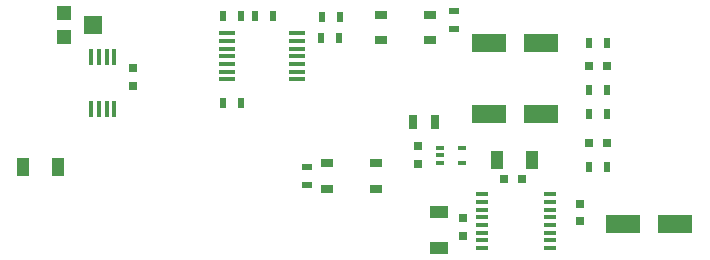
<source format=gtp>
G04 #@! TF.FileFunction,Paste,Top*
%FSLAX46Y46*%
G04 Gerber Fmt 4.6, Leading zero omitted, Abs format (unit mm)*
G04 Created by KiCad (PCBNEW 4.0.7) date Sun Mar 11 18:59:58 2018*
%MOMM*%
%LPD*%
G01*
G04 APERTURE LIST*
%ADD10C,0.025400*%
%ADD11R,0.450000X1.450000*%
%ADD12R,3.000000X1.600000*%
%ADD13R,1.600000X1.000000*%
%ADD14R,0.800000X0.750000*%
%ADD15R,0.750000X0.800000*%
%ADD16R,0.700000X1.300000*%
%ADD17R,0.500000X0.900000*%
%ADD18R,1.500000X1.600000*%
%ADD19R,1.200000X1.200000*%
%ADD20R,1.000000X0.400000*%
%ADD21R,0.900000X0.500000*%
%ADD22R,1.450000X0.450000*%
%ADD23R,1.050000X0.650000*%
%ADD24R,0.650000X0.400000*%
%ADD25R,1.000000X1.600000*%
G04 APERTURE END LIST*
D10*
D11*
X108559580Y-103721120D03*
X107909580Y-103721120D03*
X107259580Y-103721120D03*
X106609580Y-103721120D03*
X106609580Y-108121120D03*
X107259580Y-108121120D03*
X107909580Y-108121120D03*
X108559580Y-108121120D03*
D12*
X151643180Y-117864320D03*
X156043180Y-117864320D03*
D13*
X136032580Y-116867120D03*
X136032580Y-119867120D03*
D14*
X143036180Y-114054320D03*
X141536180Y-114054320D03*
D12*
X140300000Y-108500000D03*
X144700000Y-108500000D03*
X140300000Y-102500000D03*
X144700000Y-102500000D03*
D15*
X110124580Y-104663120D03*
X110124580Y-106163120D03*
D16*
X133812580Y-109223120D03*
X135712580Y-109223120D03*
D17*
X150250000Y-108500000D03*
X148750000Y-108500000D03*
X150250000Y-113000000D03*
X148750000Y-113000000D03*
X150250000Y-102500000D03*
X148750000Y-102500000D03*
X150250000Y-106500000D03*
X148750000Y-106500000D03*
X127542180Y-102116320D03*
X126042180Y-102116320D03*
X119287180Y-100211320D03*
X117787180Y-100211320D03*
X121954180Y-100211320D03*
X120454180Y-100211320D03*
X117787180Y-107577320D03*
X119287180Y-107577320D03*
D18*
X106750000Y-101000000D03*
D19*
X104250000Y-100000000D03*
X104250000Y-102000000D03*
D20*
X139640180Y-115335320D03*
X139640180Y-115985320D03*
X139640180Y-116635320D03*
X139640180Y-117285320D03*
X139640180Y-117935320D03*
X139640180Y-118585320D03*
X139640180Y-119235320D03*
X139640180Y-119885320D03*
X145440180Y-119885320D03*
X145440180Y-119235320D03*
X145440180Y-118585320D03*
X145440180Y-117935320D03*
X145440180Y-117285320D03*
X145440180Y-116635320D03*
X145440180Y-115985320D03*
X145440180Y-115335320D03*
D21*
X137302580Y-101325120D03*
X137302580Y-99825120D03*
X124856580Y-114533120D03*
X124856580Y-113033120D03*
D22*
X118127180Y-101690320D03*
X118127180Y-102340320D03*
X118127180Y-102990320D03*
X118127180Y-103640320D03*
X118127180Y-104290320D03*
X118127180Y-104940320D03*
X118127180Y-105590320D03*
X124027180Y-105590320D03*
X124027180Y-104940320D03*
X124027180Y-104290320D03*
X124027180Y-103640320D03*
X124027180Y-102990320D03*
X124027180Y-102340320D03*
X124027180Y-101690320D03*
D23*
X130741580Y-114870120D03*
X126591580Y-114870120D03*
X130741580Y-112720120D03*
X126591580Y-112720120D03*
X131163580Y-100152320D03*
X135313580Y-100152320D03*
X131163580Y-102302320D03*
X135313580Y-102302320D03*
D15*
X134254580Y-111267120D03*
X134254580Y-112767120D03*
X138064580Y-118863120D03*
X138064580Y-117363120D03*
D17*
X126138580Y-100333120D03*
X127638580Y-100333120D03*
D24*
X136098580Y-111367120D03*
X136098580Y-112667120D03*
X136098580Y-112017120D03*
X137998580Y-112667120D03*
X137998580Y-111367120D03*
D25*
X140937180Y-112403320D03*
X143937180Y-112403320D03*
X100801380Y-112982320D03*
X103801380Y-112982320D03*
D14*
X150250000Y-111000000D03*
X148750000Y-111000000D03*
X150250000Y-104500000D03*
X148750000Y-104500000D03*
D15*
X148001180Y-116110320D03*
X148001180Y-117610320D03*
M02*

</source>
